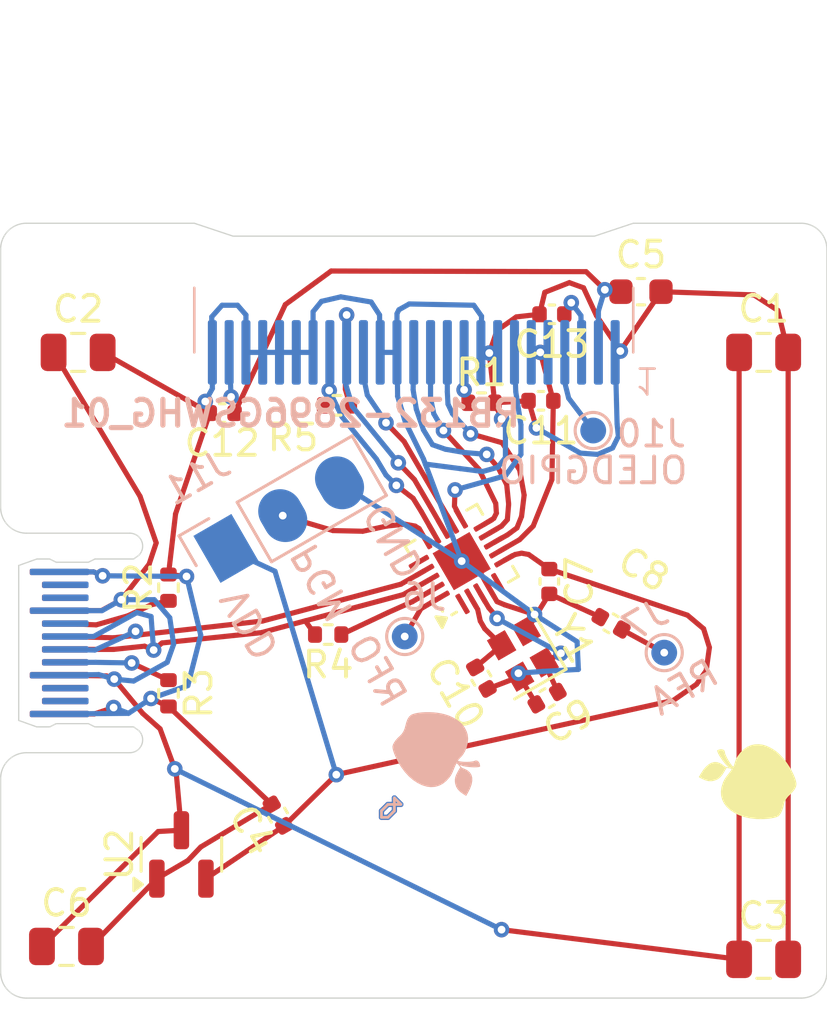
<source format=kicad_pcb>
(kicad_pcb (version 20240108) (generator "pcbnew") (generator_version "8.0")
  (layers (0 "F.Cu" signal) (31 "B.Cu" signal) (34 "B.Paste" user) (35 "F.Paste" user) (36 "B.SilkS" user "B.Silkscreen") (37 "F.SilkS" user "F.Silkscreen") (38 "B.Mask" user) (39 "F.Mask" user) (44 "Edge.Cuts" user))
  (net 0 "")
  (net 1 "GND")
  (net 2 "OLEDVCC")
  (net 3 "VDD")
  (net 4 "OVDD")
  (net 5 "RES")
  (net 6 "SCL")
  (net 7 "VBUS")
  (net 8 "Net-(J2-CC1)")
  (net 9 "D+")
  (net 10 "D-")
  (net 12 "Net-(J2-CC2)")
  (net 14 "DPU")
  (net 17 "MISO")
  (net 18 "Net-(U1-PA2{slash}T1{slash}T2{slash}U2TX_{slash}OPP0{slash}X0A0)")
  (net 19 "Net-(U1-PA1{slash}T1{slash}T2{slash}OPN0{slash}XI{slash}A1)")
  (net 20 "SWIO")
  (net 21 "RFO")
  (net 22 "Net-(J7-Pin_1)")
  (net 23 "VCOMH")
  (net 24 "BCTRL")
  (net 25 "MOSI")
  (net 26 "OCS")
  (net 27 "O_D{slash}#C")
  (net 28 "Net-(J9-Pin_10)")
  (net 29 "Net-(J10-Pin_1)")
  (footprint "Package_TO_SOT_SMD:SOT-23" (layer "F.Cu") (at 95 103.9375 90)
    (property "Reference" "U2")
    (property "Value" "XC6206P332")
  )
  (footprint "Capacitor_SMD:C_0402_1005Metric" (layer "F.Cu") (at 106.618915 97.113401 120)
    (property "Reference" "C10")
    (property "Value" "2.2p")
  )
  (footprint "Capacitor_SMD:C_0805_2012Metric" (layer "F.Cu") (at 117.55 108)
    (property "Reference" "C3")
    (property "Value" "1u")
  )
  (footprint "Capacitor_SMD:C_0805_2012Metric" (layer "F.Cu") (at 91 84.5)
    (property "Reference" "C2")
    (property "Value" "1u")
  )
  (footprint "Capacitor_SMD:C_0402_1005Metric" (layer "F.Cu") (at 111.640692 94.99 150)
    (property "Reference" "C8")
    (property "Value" "100n")
  )
  (footprint "Capacitor_SMD:C_0402_1005Metric" (layer "F.Cu") (at 108.925 86.375 180)
    (property "Reference" "C11")
    (property "Value" "2.2u16v")
  )
  (footprint "Capacitor_SMD:C_0805_2012Metric" (layer "F.Cu") (at 117.55 84.5)
    (property "Reference" "C1")
    (property "Value" "1u")
  )
  (footprint "Capacitor_SMD:C_0603_1608Metric" (layer "F.Cu") (at 112.8 82.15)
    (property "Reference" "C5")
    (property "Value" "4.7u16v")
  )
  (footprint "Resistor_SMD:R_0402_1005Metric" (layer "F.Cu") (at 101.025 86.55 180)
    (property "Reference" "R5")
    (property "Value" "0")
  )
  (footprint "Resistor_SMD:R_0402_1005Metric" (layer "F.Cu") (at 106.625 86.45)
    (property "Reference" "R1")
    (property "Value" "390k")
  )
  (footprint "Capacitor_SMD:C_0402_1005Metric" (layer "F.Cu") (at 96.58 86.85 180)
    (property "Reference" "C12")
    (property "Value" "100n")
  )
  (footprint "Capacitor_SMD:C_0402_1005Metric" (layer "F.Cu") (at 109.35 83.025 180)
    (property "Reference" "C13")
    (property "Value" "2.2u16v")
  )
  (footprint "Capacitor_SMD:C_0805_2012Metric" (layer "F.Cu") (at 90.55 107.5)
    (property "Reference" "C6")
    (property "Value" "1u")
  )
  (footprint "cnhardware:USB_C_PADDLE" (layer "F.Cu") (at 91.15 95.75 90)
    (property "Reference" "J2" (hide yes))
    (property "Value" "USB_C_Receptacle_USB2.0")
    (fp_line (start 3 -2.45) (end -3 -2.45) (stroke (width 0.05)) (layer "Edge.Cuts"))
    (fp_line (start 3 -2.45) (end 3.25 -1.749999) (stroke (width 0.05)) (layer "Edge.Cuts"))
    (fp_line (start -3 -2.45) (end -3.250001 -1.75) (stroke (width 0.05)) (layer "Edge.Cuts"))
    (fp_line (start -3.250001 -1.75) (end -3.250001 -1.25) (stroke (width 0.05)) (layer "Edge.Cuts"))
    (fp_line (start 3.25 -1.749999) (end 3.250001 -1.25) (stroke (width 0.05)) (layer "Edge.Cuts"))
    (fp_line (start 3.250001 -1.25) (end 3.124999 -1) (stroke (width 0.05)) (layer "Edge.Cuts"))
    (fp_line (start -3.250001 -1.25) (end -3.125 -0.999999) (stroke (width 0.05)) (layer "Edge.Cuts"))
    (fp_line (start 3.124999 -1) (end 3.124999 0.25) (stroke (width 0.05)) (layer "Edge.Cuts"))
    (fp_line (start -3.125 -0.999999) (end -3.124999 0.25) (stroke (width 0.05)) (layer "Edge.Cuts"))
    (fp_line (start 3.250001 0.5) (end 3.124999 0.25) (stroke (width 0.05)) (layer "Edge.Cuts"))
    (fp_line (start -3.250001 0.5) (end -3.124999 0.25) (stroke (width 0.05)) (layer "Edge.Cuts"))
    (fp_line (start -3.250001 0.5) (end -3.25 2) (stroke (width 0.05)) (layer "Edge.Cuts"))
    (fp_line (start 3.25 2) (end 3.250001 0.5) (stroke (width 0.05)) (layer "Edge.Cuts"))
  )
  (footprint "Resistor_SMD:R_0402_1005Metric" (layer "F.Cu") (at 94.5 93.61 90)
    (property "Reference" "R2")
    (property "Value" "5.1k")
  )
  (footprint "Package_DFN_QFN:QFN-20-1EP_3x3mm_P0.4mm_EP1.65x1.65mm" (layer "F.Cu") (at 105.855737 92.58218 120)
    (property "Reference" "U1" (hide yes))
    (property "Value" "CH32V006F8U6" (hide yes))
  )
  (footprint "Capacitor_SMD:C_0402_1005Metric" (layer "F.Cu") (at 109.25 93.37 -90)
    (property "Reference" "C7")
    (property "Value" "100n")
  )
  (footprint "Capacitor_SMD:C_0402_1005Metric" (layer "F.Cu") (at 109.163223 97.887709 30)
    (property "Reference" "C9")
    (property "Value" "2.2p")
  )
  (footprint "Capacitor_SMD:C_0402_1005Metric" (layer "F.Cu") (at 98.74 102.415692 120)
    (property "Reference" "C4")
    (property "Value" "4.7u16v")
  )
  (footprint "Resistor_SMD:R_0402_1005Metric" (layer "F.Cu") (at 94.5 97.7 -90)
    (property "Reference" "R3")
    (property "Value" "5.1k")
  )
  (footprint "Crystal:Crystal_SMD_2016-4Pin_2.0x1.6mm" (layer "F.Cu") (at 108.228915 96.172709 120)
    (property "Reference" "Y1")
    (property "Value" "24MHz")
  )
  (footprint "Resistor_SMD:R_0402_1005Metric" (layer "F.Cu") (at 100.685 95.425 180)
    (property "Reference" "R4")
    (property "Value" "1.5k")
  )
  (footprint "artwork:apple" (layer "F.Cu") (at 117 101 60)
    (property "Reference" "J8" (hide yes))
    (property "Value" "APPLE" (hide yes))
  )
  (footprint "RB132-2896GSWHG_01:RB132-2896GSWHG_01" (layer "B.Cu") (at 104 84.5 180)
    (property "Reference" "J9" (hide yes))
    (property "Value" "RB132-2896GSWHG_01")
  )
  (footprint "Connector_PinHeader_2.54mm:PinHeader_1x03_P2.54mm_Vertical" (layer "B.Cu") (at 96.725591 92.09 -60)
    (property "Reference" "J11")
    (property "Value" "PGM")
  )
  (footprint "TestPoint:TestPoint_Pad_D1.0mm" (layer "B.Cu") (at 103.65 95.5 180)
    (property "Reference" "J6")
    (property "Value" "RFO")
  )
  (footprint "TestPoint:TestPoint_Pad_D1.0mm" (layer "B.Cu") (at 113.7 96.125 -150)
    (property "Reference" "J7")
    (property "Value" "RFA")
  )
  (footprint "artwork:apple" (layer "B.Cu") (at 105 100 60)
    (property "Reference" "J8" (hide yes))
    (property "Value" "APPLE" (hide yes))
  )
  (footprint "TestPoint:TestPoint_Pad_D1.0mm" (layer "B.Cu") (at 110.95 87.525 180)
    (property "Reference" "J10")
    (property "Value" "OLEDGPIO")
  )
  (gr_line (start 103 102) (end 102.75 102.25) (stroke (width 0.1)) (layer "B.SilkS"))
  (gr_line (start 103.25 102.25) (end 103.25 101.75) (stroke (width 0.1)) (layer "B.SilkS"))
  (gr_line (start 103.25 101.75) (end 103.5 102) (stroke (width 0.1)) (layer "B.SilkS"))
  (gr_line (start 103 102.5) (end 103.25 102.25) (stroke (width 0.1)) (layer "B.SilkS"))
  (gr_line (start 102.75 102.5) (end 103 102.5) (stroke (width 0.1)) (layer "B.SilkS"))
  (gr_line (start 103.5 102) (end 103 102) (stroke (width 0.1)) (layer "B.SilkS"))
  (gr_line (start 102.75 102.25) (end 102.75 102.5) (stroke (width 0.1)) (layer "B.SilkS"))
  (gr_line (start 103.5 102) (end 103 102) (stroke (width 0.1)) (layer "F.SilkS"))
  (gr_line (start 103.25 101.75) (end 103.5 102) (stroke (width 0.1)) (layer "F.SilkS"))
  (gr_line (start 103 102.5) (end 103.25 102.25) (stroke (width 0.1)) (layer "F.SilkS"))
  (gr_line (start 102.75 102.5) (end 103 102.5) (stroke (width 0.1)) (layer "F.SilkS"))
  (gr_line (start 103.25 102.25) (end 103.25 101.75) (stroke (width 0.1)) (layer "F.SilkS"))
  (gr_line (start 103 102) (end 102.75 102.25) (stroke (width 0.1)) (layer "F.SilkS"))
  (gr_line (start 102.75 102.25) (end 102.75 102.5) (stroke (width 0.1)) (layer "F.SilkS"))
  (gr_line (start 93.15 92.5) (end 93.353553 92.353553) (stroke (width 0.05)) (layer "Edge.Cuts"))
  (gr_line (start 89 100) (end 93 100) (stroke (width 0.05)) (layer "Edge.Cuts"))
  (gr_line (start 88 90.5) (end 88 80.5) (stroke (width 0.05)) (layer "Edge.Cuts"))
  (gr_arc (start 93.353553 99.146447) (mid 93.461939 99.691342) (end 93 100) (stroke (width 0.05)) (layer "Edge.Cuts"))
  (gr_line (start 97 80) (end 111 80) (stroke (width 0.05)) (layer "Edge.Cuts"))
  (gr_line (start 88 108.5) (end 88 101) (stroke (width 0.05)) (layer "Edge.Cuts"))
  (gr_arc (start 89 91.5) (mid 88.292893 91.207107) (end 88 90.5) (stroke (width 0.05)) (layer "Edge.Cuts"))
  (gr_line (start 89 109.5) (end 119 109.5) (stroke (width 0.05)) (layer "Edge.Cuts"))
  (gr_arc (start 88 80.5) (mid 88.292893 79.792893) (end 89 79.5) (stroke (width 0.05)) (layer "Edge.Cuts"))
  (gr_line (start 97 80) (end 95.5 79.5) (stroke (width 0.05)) (layer "Edge.Cuts"))
  (gr_line (start 112.5 79.5) (end 111 80) (stroke (width 0.05)) (layer "Edge.Cuts"))
  (gr_arc (start 93 91.5) (mid 93.46194 91.808658) (end 93.353553 92.353553) (stroke (width 0.05)) (layer "Edge.Cuts"))
  (gr_arc (start 89 109.5) (mid 88.292893 109.207107) (end 88 108.5) (stroke (width 0.05)) (layer "Edge.Cuts"))
  (gr_arc (start 88 101) (mid 88.292893 100.292893) (end 89 100) (stroke (width 0.05)) (layer "Edge.Cuts"))
  (gr_arc (start 120 108.5) (mid 119.707107 109.207107) (end 119 109.5) (stroke (width 0.05)) (layer "Edge.Cuts"))
  (gr_line (start 93 91.5) (end 89 91.5) (stroke (width 0.05)) (layer "Edge.Cuts"))
  (gr_line (start 95.5 79.5) (end 89 79.5) (stroke (width 0.05)) (layer "Edge.Cuts"))
  (gr_arc (start 119 79.5) (mid 119.707107 79.792893) (end 120 80.5) (stroke (width 0.05)) (layer "Edge.Cuts"))
  (gr_line (start 93.353553 99.146447) (end 93.15 99) (stroke (width 0.05)) (layer "Edge.Cuts"))
  (gr_line (start 120 108.5) (end 120 80.5) (stroke (width 0.05)) (layer "Edge.Cuts"))
  (gr_line (start 112.5 79.5) (end 119 79.5) (stroke (width 0.05)) (layer "Edge.Cuts"))
  (gr_text "RB132-2896GSWHG_01" (at 108.225 87.45 0) (layer "B.SilkS") (effects (font (size 1 1) (thickness 0.2) (bold yes)) (justify left bottom mirror)))
  (gr_text "VDD\n\nPGM\n\nGND" (at 103.75 91.5 120) (layer "B.SilkS") (effects (font (size 1 1)) (justify bottom mirror)))
  (segment (start 103.249999 102.250001) (end 103.25 101.75) (width 0.2) (layer "F.Cu") (net 0))
  (segment (start 102.999999 102.499999) (end 103.249999 102.250001) (width 0.2) (layer "F.Cu") (net 0))
  (segment (start 102.750002 102.5) (end 102.750001 102.249999) (width 0.2) (layer "F.Cu") (net 0))
  (segment (start 102.750002 102.5) (end 102.999999 102.499999) (width 0.2) (layer "F.Cu") (net 0))
  (segment (start 103.25 101.75) (end 103.5 102) (width 0.2) (layer "F.Cu") (net 0))
  (segment (start 103.5 102) (end 103.000001 102.000001) (width 0.2) (layer "F.Cu") (net 0))
  (segment (start 103.000001 102.000001) (end 102.750001 102.249999) (width 0.2) (layer "F.Cu") (net 0))
  (segment (start 103 102) (end 103.5 102) (width 0.2) (layer "B.Cu") (net 0))
  (segment (start 102.75 102.5) (end 103 102.5) (width 0.2) (layer "B.Cu") (net 0))
  (segment (start 102.75 102.5) (end 102.75 102.25) (width 0.2) (layer "B.Cu") (net 0))
  (segment (start 103.5 102) (end 103.25 101.75) (width 0.2) (layer "B.Cu") (net 0))
  (segment (start 102.75 102.25) (end 103 102) (width 0.2) (layer "B.Cu") (net 0))
  (segment (start 103.25 102.25) (end 103 102.5) (width 0.2) (layer "B.Cu") (net 0))
  (segment (start 103.25 101.75) (end 103.25 102.25) (width 0.2) (layer "B.Cu") (net 0))
  (segment (start 108.102601 97.053927) (end 108.053915 96.922709) (width 0.2) (layer "F.Cu") (net 1))
  (segment (start 94.05 104.875) (end 91.5 107.5) (width 0.2) (layer "F.Cu") (net 1))
  (segment (start 91.95 84.5) (end 96.1 86.85) (width 0.2) (layer "F.Cu") (net 1))
  (segment (start 111.075 83.075) (end 110.575 82) (width 0.2) (layer "F.Cu") (net 1))
  (segment (start 93.825 97.9) (end 94.5 98.21) (width 0.2) (layer "F.Cu") (net 1))
  (segment (start 118.5 108) (end 118.5 84.5) (width 0.2) (layer "F.Cu") (net 1))
  (segment (start 106.927147 93.637917) (end 106.475 92.85) (width 0.2) (layer "F.Cu") (net 1))
  (segment (start 108.102601 97.053927) (end 108.747531 98.127709) (width 0.2) (layer "F.Cu") (net 1))
  (segment (start 90.275 98.5) (end 91.625 98.5) (width 0.2) (layer "F.Cu") (net 1))
  (segment (start 107.525 94.275) (end 108.678915 94.647709) (width 0.2) (layer "F.Cu") (net 1))
  (segment (start 108.445 86.375) (end 107.135 86.45) (width 0.2) (layer "F.Cu") (net 1))
  (segment (start 110.025 81.8) (end 109.075 82.175) (width 0.2) (layer "F.Cu") (net 1))
  (segment (start 106.927147 93.637917) (end 107.225 94.15) (width 0.2) (layer "F.Cu") (net 1))
  (segment (start 108.445 86.375) (end 108.75 87.425) (width 0.2) (layer "F.Cu") (net 1))
  (segment (start 94.05 104.875) (end 95.25 104.175) (width 0.2) (layer "F.Cu") (net 1))
  (segment (start 107.225 94.15) (end 107.525 94.275) (width 0.2) (layer "F.Cu") (net 1))
  (segment (start 91.6 93) (end 91.95 93.15) (width 0.2) (layer "F.Cu") (net 1))
  (segment (start 107.225 83.65) (end 106.925 84.525) (width 0.2) (layer "F.Cu") (net 1))
  (segment (start 112 84.45) (end 113.575 82.15) (width 0.2) (layer "F.Cu") (net 1))
  (segment (start 107.135 86.45) (end 106.925 84.525) (width 0.2) (layer "F.Cu") (net 1))
  (segment (start 109.25 93.85) (end 108.355229 95.291491) (width 0.2) (layer "F.Cu") (net 1))
  (segment (start 94.5 98.21) (end 98.5 102) (width 0.2) (layer "F.Cu") (net 1))
  (segment (start 91.625 98.5) (end 92.375 98.25) (width 0.2) (layer "F.Cu") (net 1))
  (segment (start 95.2 93.175) (end 94.5 93.1) (width 0.2) (layer "F.Cu") (net 1))
  (segment (start 108.678915 94.647709) (end 108.355229 95.291491) (width 0.2) (layer "F.Cu") (net 1))
  (segment (start 95.925 86.4) (end 96.1 86.85) (width 0.2) (layer "F.Cu") (net 1))
  (segment (start 109.075 82.175) (end 108.87 83.025) (width 0.2) (layer "F.Cu") (net 1))
  (segment (start 111.225 94.75) (end 109.25 93.85) (width 0.2) (layer "F.Cu") (net 1))
  (segment (start 112 84.45) (end 111.075 83.075) (width 0.2) (layer "F.Cu") (net 1))
  (segment (start 94.5 93.1) (end 94.775 90.75) (width 0.2) (layer "F.Cu") (net 1))
  (segment (start 117.175 82.275) (end 118.1 82.875) (width 0.2) (layer "F.Cu") (net 1))
  (segment (start 90.275 93) (end 91.6 93) (width 0.2) (layer "F.Cu") (net 1))
  (segment (start 113.575 82.15) (end 117.175 82.275) (width 0.2) (layer "F.Cu") (net 1))
  (segment (start 95.75 103.65) (end 98.5 102) (width 0.2) (layer "F.Cu") (net 1))
  (segment (start 95.25 104.175) (end 95.75 103.65) (width 0.2) (layer "F.Cu") (net 1))
  (segment (start 107.975 83.125) (end 107.225 83.65) (width 0.2) (layer "F.Cu") (net 1))
  (segment (start 110.575 82) (end 110.025 81.8) (width 0.2) (layer "F.Cu") (net 1))
  (segment (start 106.858915 97.529093) (end 108.102601 97.053927) (width 0.2) (layer "F.Cu") (net 1))
  (segment (start 94.775 90.75) (end 96.1 86.85) (width 0.2) (layer "F.Cu") (net 1))
  (segment (start 118.1 82.875) (end 118.5 84.5) (width 0.2) (layer "F.Cu") (net 1))
  (segment (start 108.87 83.025) (end 107.975 83.125) (width 0.2) (layer "F.Cu") (net 1))
  (segment (start 107.4 87.075) (end 107.135 86.45) (width 0.2) (layer "F.Cu") (net 1))
  (via (at 108.053915 96.922709) (size 0.6) (drill 0.3) (layers "F.Cu" "B.Cu") (net 1))
  (via (at 91.95 93.15) (size 0.6) (drill 0.3) (layers "F.Cu" "B.Cu") (net 1))
  (via (at 108.678915 94.647709) (size 0.6) (drill 0.3) (layers "F.Cu" "B.Cu") (net 1))
  (via (at 95.2 93.175) (size 0.6) (drill 0.3) (layers "F.Cu" "B.Cu") (net 1))
  (via (at 107.4 87.075) (size 0.6) (drill 0.3) (layers "F.Cu" "B.Cu") (net 1))
  (via (at 92.375 98.25) (size 0.6) (drill 0.3) (layers "F.Cu" "B.Cu") (net 1))
  (via (at 105.855737 92.58218) (size 0.6) (drill 0.3) (layers "F.Cu" "B.Cu") (net 1))
  (via (at 93.825 97.9) (size 0.6) (drill 0.3) (layers "F.Cu" "B.Cu") (net 1))
  (via (at 112 84.45) (size 0.6) (drill 0.3) (layers "F.Cu" "B.Cu") (net 1))
  (via (at 95.925 86.4) (size 0.6) (drill 0.3) (layers "F.Cu" "B.Cu") (net 1))
  (via (at 106.925 84.525) (size 0.6) (drill 0.3) (layers "F.Cu" "B.Cu") (net 1))
  (via (at 108.75 87.425) (size 0.6) (drill 0.3) (layers "F.Cu" "B.Cu") (net 1))
  (segment (start 111.125 88.45) (end 111.7 88.2) (width 0.2) (layer "B.Cu") (net 1))
  (segment (start 101.175 82.35) (end 100.425 82.525) (width 0.2) (layer "B.Cu") (net 1))
  (segment (start 92.95 98.475) (end 90.28 98.5) (width 0.2) (layer "B.Cu") (net 1))
  (segment (start 103.825 82.625) (end 103.425 82.85) (width 0.2) (layer "B.Cu") (net 1))
  (segment (start 103.35 84.5) (end 103.375 86.2) (width 0.2) (layer "B.Cu") (net 1))
  (segment (start 92.375 98.25) (end 92.95 98.475) (width 0.2) (layer "B.Cu") (net 1))
  (segment (start 96.575 82.675) (end 97.175 82.675) (width 0.2) (layer "B.Cu") (net 1))
  (segment (start 93.825 97.9) (end 92.95 98.475) (width 0.2) (layer "B.Cu") (net 1))
  (segment (start 102.7 84.5) (end 102.675 83.05) (width 0.2) (layer "B.Cu") (net 1))
  (segment (start 97.5 83.05) (end 97.5 84.5) (width 0.2) (layer "B.Cu") (net 1))
  (segment (start 108.75 87.425) (end 110.45 88.4) (width 0.2) (layer "B.Cu") (net 1))
  (segment (start 111.925 87.75) (end 111.875 87.275) (width 0.2) (layer "B.Cu") (net 1))
  (segment (start 103.375 86.2) (end 103.675 87.2) (width 0.2) (layer "B.Cu") (net 1))
  (segment (start 111.7 88.2) (end 111.925 87.75) (width 0.2) (layer "B.Cu") (net 1))
  (segment (start 104.375 88.625) (end 104.449838 88.825) (width 0.2) (layer "B.Cu") (net 1))
  (segment (start 103.35 83) (end 103.35 84.5) (width 0.2) (layer "B.Cu") (net 1))
  (segment (start 109 96.85) (end 108.053915 96.922709) (width 0.2) (layer "B.Cu") (net 1))
  (segment (start 110.375 96.775) (end 109 96.85) (width 0.2) (layer "B.Cu") (net 1))
  (segment (start 91.95 93.15) (end 91.6 93) (width 0.2) (layer "B.Cu") (net 1))
  (segment (start 107.25 84.5) (end 106.925 84.525) (width 0.2) (layer "B.Cu") (net 1))
  (segment (start 96.175 83.125) (end 96.575 82.675) (width 0.2) (layer "B.Cu") (net 1))
  (segment (start 106.6 84.5) (end 106.925 84.525) (width 0.2) (layer "B.Cu") (net 1))
  (segment (start 111.8 84.5) (end 112 84.45) (width 0.2) (layer "B.Cu") (net 1))
  (segment (start 96.2 84.5) (end 96.2 85.9) (width 0.2) (layer "B.Cu") (net 1))
  (segment (start 107.253355 88.948257) (end 107.55 88.575) (width 0.2) (layer "B.Cu") (net 1))
  (segment (start 110.325 95.7) (end 110.375 96.775) (width 0.2) (layer "B.Cu") (net 1))
  (segment (start 95.2 93.175) (end 95.75 95.45) (width 0.2) (layer "B.Cu") (net 1))
  (segment (start 105.855737 92.58218) (end 101.125 89.55) (width 0.2) (layer "B.Cu") (net 1))
  (segment (start 96.2 85.9) (end 95.925 86.4) (width 0.2) (layer "B.Cu") (net 1))
  (segment (start 96.2 84.5) (end 96.175 83.125) (width 0.2) (layer "B.Cu") (net 1))
  (segment (start 95.25 97.4) (end 93.825 97.9) (width 0.2) (layer "B.Cu") (net 1))
  (segment (start 99.45 84.5) (end 98.8 84.5) (width 0.2) (layer "B.Cu") (net 1))
  (segment (start 102.35 82.55) (end 101.175 82.35) (width 0.2) (layer "B.Cu") (net 1))
  (segment (start 103.675 87.2) (end 104.375 88.625) (width 0.2) (layer "B.Cu") (net 1))
  (segment (start 100.1 82.925) (end 100.1 84.5) (width 0.2) (layer "B.Cu") (net 1))
  (segment (start 102.7 84.5) (end 103.35 84.5) (width 0.2) (layer "B.Cu") (net 1))
  (segment (start 111.875 87.275) (end 111.8 84.5) (width 0.2) (layer "B.Cu") (net 1))
  (segment (start 105.8 89) (end 106.671442 89.112387) (width 0.2) (layer "B.Cu") (net 1))
  (segment (start 107.55 87.4) (end 107.4 87.075) (width 0.2) (layer "B.Cu") (net 1))
  (segment (start 102.675 83.05) (end 102.35 82.55) (width 0.2) (layer "B.Cu") (net 1))
  (segment (start 108.678915 94.647709) (end 110.325 95.7) (width 0.2) (layer "B.Cu") (net 1))
  (segment (start 97.5 84.5) (end 98.15 84.5) (width 0.2) (layer "B.Cu") (net 1))
  (segment (start 106.625 83.1) (end 106.325 82.675) (width 0.2) (layer "B.Cu") (net 1))
  (segment (start 103.425 82.85) (end 103.35 83) (width 0.2) (layer "B.Cu") (net 1))
  (segment (start 104.449838 88.825) (end 105.855737 92.58218) (width 0.2) (layer "B.Cu") (net 1))
  (segment (start 106.6 84.5) (end 106.625 83.1) (width 0.2) (layer "B.Cu") (net 1))
  (segment (start 97.175 82.675) (end 97.5 83.05) (width 0.2) (layer "B.Cu") (net 1))
  (segment (start 100.425 82.525) (end 100.1 82.925) (width 0.2) (layer "B.Cu") (net 1))
  (segment (start 91.95 93.15) (end 95.2 93.175) (width 0.2) (layer "B.Cu") (net 1))
  (segment (start 106.671442 89.112387) (end 107.253355 88.948257) (width 0.2) (layer "B.Cu") (net 1))
  (segment (start 107.55 88.575) (end 107.55 87.4) (width 0.2) (layer "B.Cu") (net 1))
  (segment (start 108.678915 94.647709) (end 105.855737 92.58218) (width 0.2) (layer "B.Cu") (net 1))
  (segment (start 106.325 82.675) (end 103.825 82.625) (width 0.2) (layer "B.Cu") (net 1))
  (segment (start 100.1 84.5) (end 99.45 84.5) (width 0.2) (layer "B.Cu") (net 1))
  (segment (start 91.6 93) (end 90.28 93) (width 0.2) (layer "B.Cu") (net 1))
  (segment (start 104.449838 88.825) (end 105.8 89) (width 0.2) (layer "B.Cu") (net 1))
  (segment (start 110.45 88.4) (end 111.125 88.45) (width 0.2) (layer "B.Cu") (net 1))
  (segment (start 95.75 95.45) (end 95.25 97.4) (width 0.2) (layer "B.Cu") (net 1))
  (segment (start 98.8 84.5) (end 98.15 84.5) (width 0.2) (layer "B.Cu") (net 1))
  (segment (start 99.025 82.65) (end 100.8 81.35) (width 0.2) (layer "F.Cu") (net 2))
  (segment (start 110.675 81.375) (end 111.4 82.075) (width 0.2) (layer "F.Cu") (net 2))
  (segment (start 97.06 86.85) (end 99.025 82.65) (width 0.2) (layer "F.Cu") (net 2))
  (segment (start 100.8 81.35) (end 110.675 81.375) (width 0.2) (layer "F.Cu") (net 2))
  (segment (start 111.4 82.075) (end 112.025 82.15) (width 0.2) (layer "F.Cu") (net 2))
  (segment (start 97.06 86.85) (end 96.925 86.225) (width 0.2) (layer "F.Cu") (net 2))
  (via (at 111.4 82.075) (size 0.6) (drill 0.3) (layers "F.Cu" "B.Cu") (net 2))
  (via (at 96.925 86.225) (size 0.6) (drill 0.3) (layers "F.Cu" "B.Cu") (net 2))
  (segment (start 111.4 82.075) (end 111.15 82.9) (width 0.2) (layer "B.Cu") (net 2))
  (segment (start 96.85 84.5) (end 96.925 86.225) (width 0.2) (layer "B.Cu") (net 2))
  (segment (start 111.15 82.9) (end 111.15 84.5) (width 0.2) (layer "B.Cu") (net 2))
  (segment (start 108.45 92.325) (end 109.25 92.89) (width 0.2) (layer "F.Cu") (net 3))
  (segment (start 108.175 92.275) (end 108.45 92.325) (width 0.2) (layer "F.Cu") (net 3))
  (segment (start 114.05 97.975) (end 101 100.85) (width 0.2) (layer "F.Cu") (net 3))
  (segment (start 101 100.85) (end 98.98 102.831384) (width 0.2) (layer "F.Cu") (net 3))
  (segment (start 107.925 92.325) (end 108.175 92.275) (width 0.2) (layer "F.Cu") (net 3))
  (segment (start 107.511474 92.55) (end 107.925 92.325) (width 0.2) (layer "F.Cu") (net 3))
  (segment (start 109.25 92.89) (end 114.6 94.675) (width 0.2) (layer "F.Cu") (net 3))
  (segment (start 114.95 97.35) (end 114.05 97.975) (width 0.2) (layer "F.Cu") (net 3))
  (segment (start 115.225 95.2) (end 115.45 95.925) (width 0.2) (layer "F.Cu") (net 3))
  (segment (start 114.6 94.675) (end 115.225 95.2) (width 0.2) (layer "F.Cu") (net 3))
  (segment (start 115.325 96.825) (end 114.95 97.35) (width 0.2) (layer "F.Cu") (net 3))
  (segment (start 115.45 95.925) (end 115.325 96.825) (width 0.2) (layer "F.Cu") (net 3))
  (segment (start 95.95 104.875) (end 98.98 102.831384) (width 0.2) (layer "F.Cu") (net 3))
  (via (at 101 100.85) (size 0.6) (drill 0.3) (layers "F.Cu" "B.Cu") (net 3))
  (segment (start 96.725591 92.09) (end 98.625 92.975) (width 0.2) (layer "B.Cu") (net 3))
  (segment (start 98.625 92.975) (end 101 100.85) (width 0.2) (layer "B.Cu") (net 3))
  (segment (start 108.1 91.75) (end 108.625 91.225) (width 0.2) (layer "F.Cu") (net 4))
  (segment (start 109.35 89.425) (end 109.405 86.375) (width 0.2) (layer "F.Cu") (net 4))
  (segment (start 109.405 86.375) (end 108.9 84.5) (width 0.2) (layer "F.Cu") (net 4))
  (segment (start 107.311474 92.20359) (end 108.1 91.75) (width 0.2) (layer "F.Cu") (net 4))
  (segment (start 108.625 91.225) (end 109.35 89.425) (width 0.2) (layer "F.Cu") (net 4))
  (via (at 108.9 84.5) (size 0.6) (drill 0.3) (layers "F.Cu" "B.Cu") (net 4))
  (segment (start 109.2 84.5) (end 108.55 84.5) (width 0.2) (layer "B.Cu") (net 4))
  (segment (start 106.525 89.025) (end 105.15 87.525) (width 0.2) (layer "F.Cu") (net 5))
  (segment (start 106.711474 91.16436) (end 107.1 90.925) (width 0.2) (layer "F.Cu") (net 5))
  (segment (start 107.175 90.35) (end 106.525 89.025) (width 0.2) (layer "F.Cu") (net 5))
  (segment (start 107.1 90.925) (end 107.2 90.725) (width 0.2) (layer "F.Cu") (net 5))
  (segment (start 107.2 90.725) (end 107.175 90.35) (width 0.2) (layer "F.Cu") (net 5))
  (via (at 105.15 87.525) (size 0.6) (drill 0.3) (layers "F.Cu" "B.Cu") (net 5))
  (segment (start 105.15 87.525) (end 104.775 86.875) (width 0.2) (layer "B.Cu") (net 5))
  (segment (start 104.775 86.875) (end 104.65 86.275) (width 0.2) (layer "B.Cu") (net 5))
  (segment (start 104.65 86.275) (end 104.65 84.5) (width 0.2) (layer "B.Cu") (net 5))
  (segment (start 103.625 87.95) (end 102.925 87.225) (width 0.2) (layer "F.Cu") (net 6))
  (segment (start 103.625 87.95) (end 105.477147 91.126443) (width 0.2) (layer "F.Cu") (net 6))
  (via (at 102.925 87.225) (size 0.6) (drill 0.3) (layers "F.Cu" "B.Cu") (net 6))
  (segment (start 102.05 85.425) (end 102.05 84.5) (width 0.2) (layer "B.Cu") (net 6))
  (segment (start 102.925 87.225) (end 102.625 86.775) (width 0.2) (layer "B.Cu") (net 6))
  (segment (start 102.2 86.15) (end 102.05 85.425) (width 0.2) (layer "B.Cu") (net 6))
  (segment (start 102.625 86.775) (end 102.2 86.15) (width 0.2) (layer "B.Cu") (net 6))
  (segment (start 93.4 90.075) (end 90.05 84.5) (width 0.2) (layer "F.Cu") (net 7))
  (segment (start 94.025 91.875) (end 93.4 90.075) (width 0.2) (layer "F.Cu") (net 7))
  (segment (start 94.8 100.775) (end 95 103) (width 0.2) (layer "F.Cu") (net 7))
  (segment (start 93.5 98.475) (end 94.175 99.075) (width 0.2) (layer "F.Cu") (net 7))
  (segment (start 93.75 92.7) (end 94.025 91.875) (width 0.2) (layer "F.Cu") (net 7))
  (segment (start 91.9 94.5) (end 90.275 94.5) (width 0.2) (layer "F.Cu") (net 7))
  (segment (start 116.6 108) (end 107.4 106.85) (width 0.2) (layer "F.Cu") (net 7))
  (segment (start 89.6 107.5) (end 94.1 103.05) (width 0.2) (layer "F.Cu") (net 7))
  (segment (start 92.4 97.15) (end 93.5 98.475) (width 0.2) (layer "F.Cu") (net 7))
  (segment (start 94.175 99.075) (end 94.744853 100.625) (width 0.2) (layer "F.Cu") (net 7))
  (segment (start 94.1 103.05) (end 95 103) (width 0.2) (layer "F.Cu") (net 7))
  (segment (start 116.6 108) (end 116.6 84.5) (width 0.2) (layer "F.Cu") (net 7))
  (segment (start 90.275 97) (end 92.1 97.025) (width 0.2) (layer "F.Cu") (net 7))
  (segment (start 92.675 94.075) (end 91.9 94.5) (width 0.2) (layer "F.Cu") (net 7))
  (segment (start 94.744853 100.625) (end 94.8 100.775) (width 0.2) (layer "F.Cu") (net 7))
  (segment (start 92.675 94.075) (end 93.75 92.7) (width 0.2) (layer "F.Cu") (net 7))
  (segment (start 92.1 97.025) (end 92.4 97.15) (width 0.2) (layer "F.Cu") (net 7))
  (via (at 92.675 94.075) (size 0.6) (drill 0.3) (layers "F.Cu" "B.Cu") (net 7))
  (via (at 92.4 97.15) (size 0.6) (drill 0.3) (layers "F.Cu" "B.Cu") (net 7))
  (via (at 107.4 106.85) (size 0.6) (drill 0.3) (layers "F.Cu" "B.Cu") (net 7))
  (via (at 94.744853 100.625) (size 0.6) (drill 0.3) (layers "F.Cu" "B.Cu") (net 7))
  (segment (start 93.95 94.075) (end 94.55 94.775) (width 0.2) (layer "B.Cu") (net 7))
  (segment (start 94.7 95.8) (end 94.45 96.5) (width 0.2) (layer "B.Cu") (net 7))
  (segment (start 92.675 94.075) (end 93.95 94.075) (width 0.2) (layer "B.Cu") (net 7))
  (segment (start 91.8 96.975) (end 92.4 97.15) (width 0.2) (layer "B.Cu") (net 7))
  (segment (start 92.675 94.075) (end 91.925 94.5) (width 0.2) (layer "B.Cu") (net 7))
  (segment (start 91.925 94.5) (end 90.28 94.5) (width 0.2) (layer "B.Cu") (net 7))
  (segment (start 93.15 97.225) (end 92.4 97.15) (width 0.2) (layer "B.Cu") (net 7))
  (segment (start 90.28 97) (end 91.8 96.975) (width 0.2) (layer "B.Cu") (net 7))
  (segment (start 94.45 96.5) (end 93.15 97.225) (width 0.2) (layer "B.Cu") (net 7))
  (segment (start 107.4 106.85) (end 94.744853 100.625) (width 0.2) (layer "B.Cu") (net 7))
  (segment (start 94.55 94.775) (end 94.7 95.8) (width 0.2) (layer "B.Cu") (net 7))
  (segment (start 93.825 94.275) (end 94.5 94.12) (width 0.2) (layer "F.Cu") (net 8))
  (segment (start 92.925 94.7) (end 93.825 94.275) (width 0.2) (layer "F.Cu") (net 8))
  (segment (start 91.7 95.05) (end 92.925 94.7) (width 0.2) (layer "F.Cu") (net 8))
  (segment (start 90.5 95) (end 91.7 95.05) (width 0.2) (layer "F.Cu") (net 8))
  (segment (start 103.5 93.475) (end 104.4 92.96077) (width 0.2) (layer "F.Cu") (net 9))
  (segment (start 98.15 94.9) (end 103.5 93.475) (width 0.2) (layer "F.Cu") (net 9))
  (segment (start 92.375 95.55) (end 98.15 94.9) (width 0.2) (layer "F.Cu") (net 9))
  (segment (start 90.499999 95.5) (end 92.375 95.55) (width 0.2) (layer "F.Cu") (net 9))
  (via (at 93.225 95.3) (size 0.6) (drill 0.3) (layers "F.Cu" "B.Cu") (net 9))
  (segment (start 90.505001 96) (end 91.65 96.025) (width 0.2) (layer "B.Cu") (net 9))
  (segment (start 91.65 96.025) (end 93.225 95.3) (width 0.2) (layer "B.Cu") (net 9))
  (segment (start 93.575 95.875) (end 93.925 96.025) (width 0.2) (layer "F.Cu") (net 10))
  (segment (start 100.175 95.425) (end 99.8 94.894255) (width 0.2) (layer "F.Cu") (net 10))
  (segment (start 104.6 93.30718) (end 103.590971 93.877952) (width 0.2) (layer "F.Cu") (net 10))
  (segment (start 99.8 94.894255) (end 98.1 95.35) (width 0.2) (layer "F.Cu") (net 10))
  (segment (start 98.1 95.35) (end 94.25 95.75) (width 0.2) (layer "F.Cu") (net 10))
  (segment (start 94.25 95.75) (end 93.925 96.025) (width 0.2) (layer "F.Cu") (net 10))
  (segment (start 103.590971 93.877952) (end 99.8 94.894255) (width 0.2) (layer "F.Cu") (net 10))
  (segment (start 90.5 95.999999) (end 92.375 96) (width 0.2) (layer "F.Cu") (net 10))
  (segment (start 92.375 96) (end 93.575 95.875) (width 0.2) (layer "F.Cu") (net 10))
  (via (at 93.925 96.025) (size 0.6) (drill 0.3) (layers "F.Cu" "B.Cu") (net 10))
  (segment (start 91.6 95.5) (end 92.55 94.975) (width 0.2) (layer "B.Cu") (net 10))
  (segment (start 93.275 94.575) (end 93.825 94.725) (width 0.2) (layer "B.Cu") (net 10))
  (segment (start 90.505001 95.5) (end 91.6 95.5) (width 0.2) (layer "B.Cu") (net 10))
  (segment (start 93.825 94.725) (end 93.925 96.025) (width 0.2) (layer "B.Cu") (net 10))
  (segment (start 92.55 94.975) (end 93.275 94.575) (width 0.2) (layer "B.Cu") (net 10))
  (segment (start 93.075 96.525) (end 94.5 97.19) (width 0.2) (layer "F.Cu") (net 12))
  (via (at 93.075 96.525) (size 0.6) (drill 0.3) (layers "F.Cu" "B.Cu") (net 12))
  (segment (start 90.505 96.5) (end 91.675 96.5) (width 0.2) (layer "B.Cu") (net 12))
  (segment (start 91.675 96.5) (end 93.075 96.525) (width 0.2) (layer "B.Cu") (net 12))
  (segment (start 104.8 93.65359) (end 103.95 94.15) (width 0.2) (layer "F.Cu") (net 14))
  (segment (start 103 94.575) (end 103.95 94.15) (width 0.2) (layer "F.Cu") (net 14))
  (segment (start 101.195 95.425) (end 103 94.575) (width 0.2) (layer "F.Cu") (net 14))
  (segment (start 103.325 89.65) (end 103.975 90.15) (width 0.2) (layer "F.Cu") (net 17))
  (segment (start 100.515 86.55) (end 100.725 85.975) (width 0.2) (layer "F.Cu") (net 17))
  (segment (start 104.294874 90.66764) (end 104.784327 91.526443) (width 0.2) (layer "F.Cu") (net 17))
  (segment (start 103.975 90.15) (end 104.294874 90.66764) (width 0.2) (layer "F.Cu") (net 17))
  (via (at 103.325 89.65) (size 0.6) (drill 0.3) (layers "F.Cu" "B.Cu") (net 17))
  (via (at 100.725 85.975) (size 0.6) (drill 0.3) (layers "F.Cu" "B.Cu") (net 17))
  (segment (start 101.225 87) (end 102.55 88.625) (width 0.2) (layer "B.Cu") (net 17))
  (segment (start 102.925 89.25) (end 103.325 89.65) (width 0.2) (layer "B.Cu") (net 17))
  (segment (start 100.725 85.975) (end 100.75 84.5) (width 0.2) (layer "B.Cu") (net 17))
  (segment (start 102.55 88.625) (end 102.925 89.25) (width 0.2) (layer "B.Cu") (net 17))
  (segment (start 100.725 85.975) (end 101.225 87) (width 0.2) (layer "B.Cu") (net 17))
  (segment (start 106.907282 94.389388) (end 107.15 94.675) (width 0.2) (layer "F.Cu") (net 18))
  (segment (start 106.580737 93.837917) (end 106.907282 94.389388) (width 0.2) (layer "F.Cu") (net 18))
  (segment (start 109.7 96.15) (end 109.055229 96.503927) (width 0.2) (layer "F.Cu") (net 18))
  (segment (start 109.578915 97.647709) (end 109.055229 96.503927) (width 0.2) (layer "F.Cu") (net 18))
  (segment (start 107.15 94.675) (end 107.225 94.8) (width 0.2) (layer "F.Cu") (net 18))
  (via (at 109.7 96.15) (size 0.6) (drill 0.3) (layers "F.Cu" "B.Cu") (net 18))
  (via (at 107.225 94.8) (size 0.6) (drill 0.3) (layers "F.Cu" "B.Cu") (net 18))
  (segment (start 107.225 94.8) (end 109.7 96.15) (width 0.2) (layer "B.Cu") (net 18))
  (segment (start 106.75 95.2) (end 106.575 94.9) (width 0.2) (layer "F.Cu") (net 19))
  (segment (start 106.475 94.45) (end 106.234327 94.037917) (width 0.2) (layer "F.Cu") (net 19))
  (segment (start 107.402601 95.841491) (end 106.75 95.2) (width 0.2) (layer "F.Cu") (net 19))
  (segment (start 106.575 94.9) (end 106.475 94.45) (width 0.2) (layer "F.Cu") (net 19))
  (segment (start 106.378915 96.697709) (end 107.402601 95.841491) (width 0.2) (layer "F.Cu") (net 19))
  (segment (start 104.05 91.225) (end 104.207982 91.325) (width 0.2) (layer "F.Cu") (net 20))
  (segment (start 103.65 91.15) (end 104.05 91.225) (width 0.2) (layer "F.Cu") (net 20))
  (segment (start 102.025 91.425) (end 102.95 91.225) (width 0.2) (layer "F.Cu") (net 20))
  (segment (start 104.207982 91.325) (end 104.437917 91.726443) (width 0.2) (layer "F.Cu") (net 20))
  (segment (start 102.95 91.225) (end 103.65 91.15) (width 0.2) (layer "F.Cu") (net 20))
  (segment (start 100.875 91.4) (end 102.025 91.425) (width 0.2) (layer "F.Cu") (net 20))
  (segment (start 98.925296 90.82) (end 100.875 91.4) (width 0.2) (layer "F.Cu") (net 20))
  (via (at 98.925296 90.82) (size 0.6) (drill 0.3) (layers "F.Cu" "B.Cu") (net 20))
  (segment (start 104.275 94.425) (end 103.65 95.5) (width 0.2) (layer "F.Cu") (net 21))
  (segment (start 105 94) (end 104.275 94.425) (width 0.2) (layer "F.Cu") (net 21))
  (via (at 103.65 95.5) (size 0.6) (drill 0.3) (layers "F.Cu" "B.Cu") (net 21))
  (segment (start 112.056384 95.23) (end 113.7 96.125) (width 0.2) (layer "F.Cu") (net 22))
  (via (at 113.7 96.125) (size 0.6) (drill 0.3) (layers "F.Cu" "B.Cu") (net 22))
  (segment (start 110.1 82.575) (end 109.83 83.025) (width 0.2) (layer "F.Cu") (net 23))
  (via (at 110.1 82.575) (size 0.6) (drill 0.3) (layers "F.Cu" "B.Cu") (net 23))
  (segment (start 110.1 82.575) (end 110.475 83.075) (width 0.2) (layer "B.Cu") (net 23))
  (segment (start 110.475 83.075) (end 110.5 84.5) (width 0.2) (layer "B.Cu") (net 23))
  (segment (start 105.823557 90.926443) (end 105.575 90.45) (width 0.2) (layer "F.Cu") (net 24))
  (segment (start 105.575 90.45) (end 105.6 89.825) (width 0.2) (layer "F.Cu") (net 24))
  (via (at 105.6 89.825) (size 0.6) (drill 0.3) (layers "F.Cu" "B.Cu") (net 24))
  (segment (start 105.6 89.825) (end 107.55 89.275) (width 0.2) (layer "B.Cu") (net 24))
  (segment (start 108.15 87.3) (end 107.95 86.025) (width 0.2) (layer "B.Cu") (net 24))
  (segment (start 108.15 88.45) (end 108.15 87.3) (width 0.2) (layer "B.Cu") (net 24))
  (segment (start 107.95 86.025) (end 107.9 84.5) (width 0.2) (layer "B.Cu") (net 24))
  (segment (start 107.55 89.275) (end 108.15 88.45) (width 0.2) (layer "B.Cu") (net 24))
  (segment (start 101.535 86.55) (end 101.35 85.925) (width 0.2) (layer "F.Cu") (net 25))
  (segment (start 104.025 89.425) (end 103.4 88.775) (width 0.2) (layer "F.Cu") (net 25))
  (segment (start 105.130737 91.326443) (end 104.698778 90.575712) (width 0.2) (layer "F.Cu") (net 25))
  (segment (start 101.35 85.925) (end 101.4 83.05) (width 0.2) (layer "F.Cu") (net 25))
  (segment (start 104.698778 90.575712) (end 104.025 89.425) (width 0.2) (layer "F.Cu") (net 25))
  (via (at 103.4 88.775) (size 0.6) (drill 0.3) (layers "F.Cu" "B.Cu") (net 25))
  (via (at 101.4 83.05) (size 0.6) (drill 0.3) (layers "F.Cu" "B.Cu") (net 25))
  (segment (start 103.4 88.775) (end 101.625 86.6) (width 0.2) (layer "B.Cu") (net 25))
  (segment (start 101.625 86.6) (end 101.375 85.775) (width 0.2) (layer "B.Cu") (net 25))
  (segment (start 101.375 85.775) (end 101.4 84.5) (width 0.2) (layer "B.Cu") (net 25))
  (segment (start 101.4 83.05) (end 101.4 84.5) (width 0.2) (layer "B.Cu") (net 25))
  (segment (start 107.111474 91.85718) (end 107.629758 91.564811) (width 0.2) (layer "F.Cu") (net 26))
  (segment (start 107.425 88) (end 106.2 87.65) (width 0.2) (layer "F.Cu") (net 26))
  (segment (start 108.175 90.85) (end 108.275 90.025) (width 0.2) (layer "F.Cu") (net 26))
  (segment (start 107.629758 91.564811) (end 107.995693 91.295693) (width 0.2) (layer "F.Cu") (net 26))
  (segment (start 107.995693 91.295693) (end 108.175 90.85) (width 0.2) (layer "F.Cu") (net 26))
  (segment (start 108.275 90.025) (end 108.1 89.05) (width 0.2) (layer "F.Cu") (net 26))
  (segment (start 108.1 89.05) (end 107.425 88) (width 0.2) (layer "F.Cu") (net 26))
  (via (at 106.2 87.65) (size 0.6) (drill 0.3) (layers "F.Cu" "B.Cu") (net 26))
  (segment (start 105.325 86.5) (end 105.3 86.025) (width 0.2) (layer "B.Cu") (net 26))
  (segment (start 105.3 86.025) (end 105.3 84.5) (width 0.2) (layer "B.Cu") (net 26))
  (segment (start 106.2 87.65) (end 105.5 86.875) (width 0.2) (layer "B.Cu") (net 26))
  (segment (start 105.5 86.875) (end 105.325 86.5) (width 0.2) (layer "B.Cu") (net 26))
  (segment (start 107.275 88.975) (end 107.6 89.625) (width 0.2) (layer "F.Cu") (net 27))
  (segment (start 107.625 90.975) (end 107.4 91.225) (width 0.2) (layer "F.Cu") (net 27))
  (segment (start 107.6 89.625) (end 107.675 90.375) (width 0.2) (layer "F.Cu") (net 27))
  (segment (start 106.825 88.45) (end 107.275 88.975) (width 0.2) (layer "F.Cu") (net 27))
  (segment (start 107.4 91.225) (end 106.911474 91.51077) (width 0.2) (layer "F.Cu") (net 27))
  (segment (start 107.675 90.375) (end 107.625 90.975) (width 0.2) (layer "F.Cu") (net 27))
  (via (at 106.825 88.45) (size 0.6) (drill 0.3) (layers "F.Cu" "B.Cu") (net 27))
  (segment (start 104.1 86.7) (end 104.375 87.5) (width 0.2) (layer "B.Cu") (net 27))
  (segment (start 104.375 87.5) (end 104.725 88.075) (width 0.2) (layer "B.Cu") (net 27))
  (segment (start 104.725 88.075) (end 105.225 88.25) (width 0.2) (layer "B.Cu") (net 27))
  (segment (start 103.975 85.95) (end 104.1 86.7) (width 0.2) (layer "B.Cu") (net 27))
  (segment (start 105.95 88.375) (end 106.825 88.45) (width 0.2) (layer "B.Cu") (net 27))
  (segment (start 104 84.5) (end 103.975 85.95) (width 0.2) (layer "B.Cu") (net 27))
  (segment (start 105.225 88.25) (end 105.95 88.375) (width 0.2) (layer "B.Cu") (net 27))
  (segment (start 106.115 86.45) (end 105.95 85.95) (width 0.2) (layer "F.Cu") (net 28))
  (via (at 105.95 85.95) (size 0.6) (drill 0.3) (layers "F.Cu" "B.Cu") (net 28))
  (segment (start 105.95 84.5) (end 105.95 85.95) (width 0.2) (layer "B.Cu") (net 28))
  (segment (start 110.95 87.525) (end 110 86.275) (width 0.2) (layer "B.Cu") (net 29))
  (segment (start 110 86.275) (end 109.85 85.675) (width 0.2) (layer "B.Cu") (net 29))
  (segment (start 109.85 85.675) (end 109.85 84.5) (width 0.2) (layer "B.Cu") (net 29))
)
</source>
